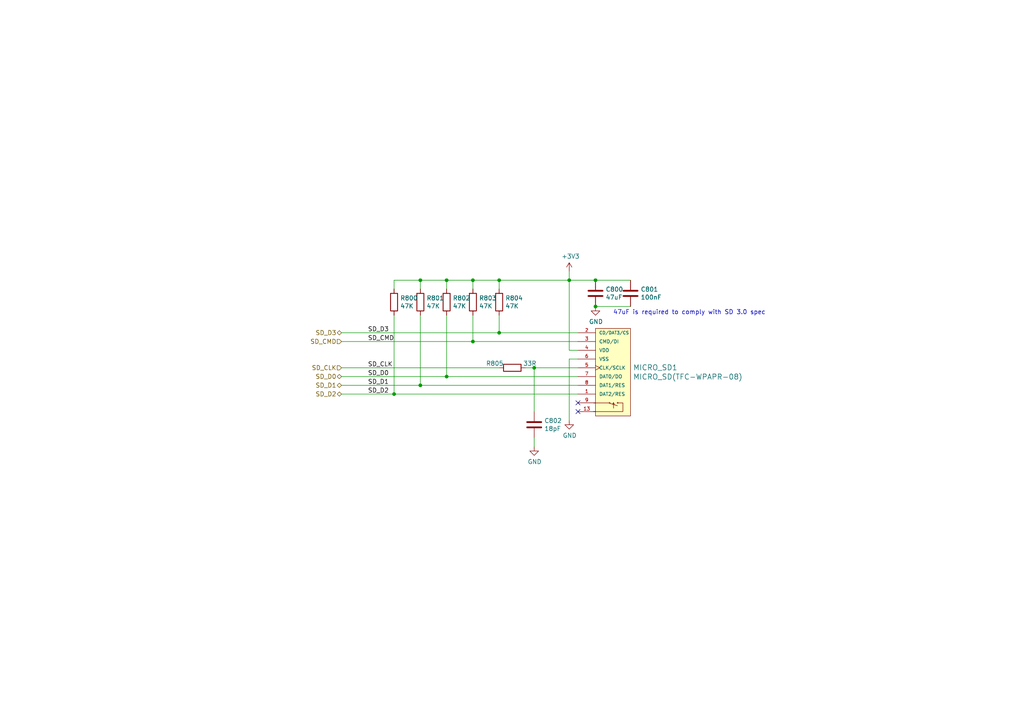
<source format=kicad_sch>
(kicad_sch (version 20210123) (generator eeschema)
  (paper "A4")
  (title_block (title "Dramite") (date "2021-01-22") (rev "R0.1") (company "Wenting Zhang") (comment 1 "zephray@outlook.com"))
  (lib_symbols
    (symbol "Device:C" (pin_numbers hide) (pin_names (offset 0.254))
      (property "Reference" "C" (at 0.635 2.54 0))
      (property "Value" "C" (at 0.635 -2.54 0))
      (symbol "C_0_1"
        (polyline (pts (xy -2.032 -0.762) (xy 2.032 -0.762)) (stroke (width 0.508)))
        (polyline (pts (xy -2.032 0.762) (xy 2.032 0.762)) (stroke (width 0.508)))
      )
      (symbol "C_1_1"
        (pin passive line (at 0 3.81 270) (length 2.794) (name "~") (number "1"))
        (pin passive line (at 0 -3.81 90) (length 2.794) (name "~") (number "2"))
      )
    )
    (symbol "Device:R" (pin_numbers hide) (pin_names (offset 0))
      (property "Reference" "R" (at 2.032 0 90))
      (property "Value" "R" (at 0 0 90))
      (symbol "R_0_1"
        (rectangle (start -1.016 -2.54) (end 1.016 2.54) (stroke (width 0.254)))
      )
      (symbol "R_1_1"
        (pin passive line (at 0 3.81 270) (length 1.27) (name "~") (number "1"))
        (pin passive line (at 0 -3.81 90) (length 1.27) (name "~") (number "2"))
      )
    )
    (symbol "power:+3V3" (power) (pin_names (offset 0))
      (property "Value" "+3V3" (at 0 3.556 0))
      (symbol "+3V3_0_1"
        (polyline (pts (xy -0.762 1.27) (xy 0 2.54)))
        (polyline (pts (xy 0 0) (xy 0 2.54)))
        (polyline (pts (xy 0 2.54) (xy 0.762 1.27)))
      )
      (symbol "+3V3_1_1"
        (pin power_in line (at 0 0 90) (length 0) hide (name "+3V3") (number "1"))
      )
    )
    (symbol "power:GND" (power) (pin_names (offset 0))
      (property "Value" "GND" (at 0 -3.81 0))
      (symbol "GND_0_1"
        (polyline (pts (xy 0 0) (xy 0 -1.27) (xy 1.27 -1.27) (xy 0 -2.54) (xy -1.27 -1.27) (xy 0 -1.27)))
      )
      (symbol "GND_1_1"
        (pin power_in line (at 0 0 270) (length 0) hide (name "GND") (number "1"))
      )
    )
    (symbol "symbols:MICRO_SD(TFC-WPAPR-08)" (pin_names (offset 1.016))
      (property "Reference" "MICRO_SD" (at 2.54 15.24 0))
      (property "Value" "MICRO_SD(TFC-WPAPR-08)" (at 0 -12.7 0))
      (symbol "MICRO_SD(TFC-WPAPR-08)_0_0"
        (rectangle (start -2.54 13.97) (end 7.62 -11.43) (fill (type background)))
        (polyline (pts (xy 2.6416 -7.5946) (xy 2.4638 -7.8994)))
        (polyline (pts (xy 2.6924 -7.6962) (xy 2.6924 -9.1694)))
        (polyline (pts (xy 2.667 -7.5438) (xy 2.921 -7.9756) (xy 2.8956 -7.9756)))
      )
      (symbol "MICRO_SD(TFC-WPAPR-08)_0_1"
        (circle (center 1.5494 -7.6454) (radius 0.1524))
        (circle (center 3.8862 -7.62) (radius 0.1524))
        (polyline (pts (xy -3.048 -7.6454) (xy 1.2954 -7.6454)))
        (polyline (pts (xy 1.7018 -7.7978) (xy 3.81 -8.4582)))
        (polyline (pts (xy -3.1496 -10.16) (xy 5.4102 -10.16) (xy 5.4102 -7.6454) (xy 4.1402 -7.6454)))
      )
      (symbol "MICRO_SD(TFC-WPAPR-08)_1_1"
        (pin bidirectional line (at -7.62 -5.08 0) (length 5.08) (name "DAT2/RES") (number "1"))
        (pin passive line (at -7.62 -10.16 0) (length 5.08) hide (name "~") (number "10"))
        (pin passive line (at -7.62 -10.16 0) (length 5.08) hide (name "~") (number "11"))
        (pin passive line (at -7.62 -10.16 0) (length 5.08) hide (name "~") (number "12"))
        (pin passive line (at -7.62 -10.16 0) (length 5.08) (name "~") (number "13"))
        (pin bidirectional line (at -7.62 12.7 0) (length 5.08) (name "CD/DAT3/CS") (number "2"))
        (pin input line (at -7.62 10.16 0) (length 5.08) (name "CMD/DI") (number "3"))
        (pin power_in line (at -7.62 7.62 0) (length 5.08) (name "VDD") (number "4"))
        (pin input clock (at -7.62 2.54 0) (length 5.08) (name "CLK/SCLK") (number "5"))
        (pin power_in line (at -7.62 5.08 0) (length 5.08) (name "VSS") (number "6"))
        (pin bidirectional line (at -7.62 0 0) (length 5.08) (name "DAT0/DO") (number "7"))
        (pin bidirectional line (at -7.62 -2.54 0) (length 5.08) (name "DAT1/RES") (number "8"))
        (pin passive line (at -7.62 -7.62 0) (length 5.08) (name "~") (number "9"))
      )
    )
  )
  (junction (at 114.3 114.3) (diameter 0.9144))
  (junction (at 121.92 81.28) (diameter 0.9144))
  (junction (at 121.92 111.76) (diameter 0.9144))
  (junction (at 129.54 81.28) (diameter 0.9144))
  (junction (at 129.54 109.22) (diameter 0.9144))
  (junction (at 137.16 81.28) (diameter 0.9144))
  (junction (at 137.16 99.06) (diameter 0.9144))
  (junction (at 144.78 81.28) (diameter 0.9144))
  (junction (at 144.78 96.52) (diameter 0.9144))
  (junction (at 154.94 106.68) (diameter 0.9144))
  (junction (at 165.1 81.28) (diameter 0.9144))
  (junction (at 172.72 81.28) (diameter 0.9144))
  (junction (at 172.72 88.9) (diameter 0.9144))
  (no_connect (at 167.64 116.84))
  (no_connect (at 167.64 119.38))
  (wire (pts (xy 99.06 96.52) (xy 144.78 96.52)))
  (wire (pts (xy 99.06 99.06) (xy 137.16 99.06)))
  (wire (pts (xy 99.06 106.68) (xy 144.78 106.68)))
  (wire (pts (xy 99.06 109.22) (xy 129.54 109.22)))
  (wire (pts (xy 99.06 111.76) (xy 121.92 111.76)))
  (wire (pts (xy 99.06 114.3) (xy 114.3 114.3)))
  (wire (pts (xy 114.3 81.28) (xy 121.92 81.28)))
  (wire (pts (xy 114.3 83.82) (xy 114.3 81.28)))
  (wire (pts (xy 114.3 91.44) (xy 114.3 114.3)))
  (wire (pts (xy 114.3 114.3) (xy 167.64 114.3)))
  (wire (pts (xy 121.92 81.28) (xy 129.54 81.28)))
  (wire (pts (xy 121.92 83.82) (xy 121.92 81.28)))
  (wire (pts (xy 121.92 91.44) (xy 121.92 111.76)))
  (wire (pts (xy 121.92 111.76) (xy 167.64 111.76)))
  (wire (pts (xy 129.54 81.28) (xy 137.16 81.28)))
  (wire (pts (xy 129.54 83.82) (xy 129.54 81.28)))
  (wire (pts (xy 129.54 91.44) (xy 129.54 109.22)))
  (wire (pts (xy 129.54 109.22) (xy 167.64 109.22)))
  (wire (pts (xy 137.16 81.28) (xy 144.78 81.28)))
  (wire (pts (xy 137.16 83.82) (xy 137.16 81.28)))
  (wire (pts (xy 137.16 91.44) (xy 137.16 99.06)))
  (wire (pts (xy 137.16 99.06) (xy 167.64 99.06)))
  (wire (pts (xy 144.78 81.28) (xy 165.1 81.28)))
  (wire (pts (xy 144.78 83.82) (xy 144.78 81.28)))
  (wire (pts (xy 144.78 91.44) (xy 144.78 96.52)))
  (wire (pts (xy 144.78 96.52) (xy 167.64 96.52)))
  (wire (pts (xy 152.4 106.68) (xy 154.94 106.68)))
  (wire (pts (xy 154.94 106.68) (xy 167.64 106.68)))
  (wire (pts (xy 154.94 119.38) (xy 154.94 106.68)))
  (wire (pts (xy 154.94 127) (xy 154.94 129.54)))
  (wire (pts (xy 165.1 78.74) (xy 165.1 81.28)))
  (wire (pts (xy 165.1 81.28) (xy 165.1 101.6)))
  (wire (pts (xy 165.1 81.28) (xy 172.72 81.28)))
  (wire (pts (xy 165.1 101.6) (xy 167.64 101.6)))
  (wire (pts (xy 165.1 104.14) (xy 165.1 121.92)))
  (wire (pts (xy 167.64 104.14) (xy 165.1 104.14)))
  (wire (pts (xy 172.72 81.28) (xy 182.88 81.28)))
  (wire (pts (xy 182.88 88.9) (xy 172.72 88.9)))
  (text "47uF is required to comply with SD 3.0 spec" (at 177.8 91.44 0) (effects (font (size 1.27 1.27)) (justify left bottom)))
  (label "SD_D3" (at 106.68 96.52 0))
  (label "SD_CMD" (at 106.68 99.06 0))
  (label "SD_CLK" (at 106.68 106.68 0))
  (label "SD_D0" (at 106.68 109.22 0))
  (label "SD_D1" (at 106.68 111.76 0))
  (label "SD_D2" (at 106.68 114.3 0))
  (hierarchical_label "SD_D3" (shape bidirectional) (at 99.06 96.52 180))
  (hierarchical_label "SD_CMD" (shape input) (at 99.06 99.06 180))
  (hierarchical_label "SD_CLK" (shape input) (at 99.06 106.68 180))
  (hierarchical_label "SD_D0" (shape bidirectional) (at 99.06 109.22 180))
  (hierarchical_label "SD_D1" (shape bidirectional) (at 99.06 111.76 180))
  (hierarchical_label "SD_D2" (shape bidirectional) (at 99.06 114.3 180))
  (symbol (lib_id "power:+3V3") (at 165.1 78.74 0) (unit 1)
    (property "Reference" "#PWR040" (effects hide))
    (property "Value" "+3V3" (at 165.481 74.3458 0))
  )
  (symbol (lib_id "power:GND") (at 154.94 129.54 0) (unit 1)
    (property "Reference" "#PWR041" (effects hide))
    (property "Value" "GND" (at 155.067 133.9342 0))
  )
  (symbol (lib_id "power:GND") (at 165.1 121.92 0) (unit 1)
    (property "Reference" "#PWR044" (effects hide))
    (property "Value" "GND" (at 165.227 126.3142 0))
  )
  (symbol (lib_id "power:GND") (at 172.72 88.9 0) (unit 1)
    (property "Reference" "#PWR045" (effects hide))
    (property "Value" "GND" (at 172.847 93.2942 0))
  )
  (symbol (lib_id "Device:R") (at 114.3 87.63 0) (unit 1)
    (property "Reference" "R800" (at 116.078 86.462 0) (effects (justify left)))
    (property "Value" "47K" (at 116.078 88.773 0) (effects (justify left)))
    (property "Footprint" "Resistor_SMD:R_0402_1005Metric" (effects hide))
  )
  (symbol (lib_id "Device:R") (at 121.92 87.63 0) (unit 1)
    (property "Reference" "R801" (at 123.698 86.462 0) (effects (justify left)))
    (property "Value" "47K" (at 123.698 88.773 0) (effects (justify left)))
    (property "Footprint" "Resistor_SMD:R_0402_1005Metric" (effects hide))
  )
  (symbol (lib_id "Device:R") (at 129.54 87.63 0) (unit 1)
    (property "Reference" "R802" (at 131.318 86.462 0) (effects (justify left)))
    (property "Value" "47K" (at 131.318 88.773 0) (effects (justify left)))
    (property "Footprint" "Resistor_SMD:R_0402_1005Metric" (effects hide))
  )
  (symbol (lib_id "Device:R") (at 137.16 87.63 0) (unit 1)
    (property "Reference" "R803" (at 138.938 86.462 0) (effects (justify left)))
    (property "Value" "47K" (at 138.938 88.773 0) (effects (justify left)))
    (property "Footprint" "Resistor_SMD:R_0402_1005Metric" (effects hide))
  )
  (symbol (lib_id "Device:R") (at 144.78 87.63 0) (unit 1)
    (property "Reference" "R804" (at 146.558 86.462 0) (effects (justify left)))
    (property "Value" "47K" (at 146.558 88.773 0) (effects (justify left)))
    (property "Footprint" "Resistor_SMD:R_0402_1005Metric" (effects hide))
  )
  (symbol (lib_id "Device:R") (at 148.59 106.68 270) (unit 1)
    (property "Reference" "R805" (at 143.51 105.41 90))
    (property "Value" "33R" (at 153.67 105.41 90))
    (property "Footprint" "Resistor_SMD:R_0402_1005Metric" (effects hide))
  )
  (symbol (lib_id "Device:C") (at 154.94 123.19 0) (unit 1)
    (property "Reference" "C802" (at 157.861 122.022 0) (effects (justify left)))
    (property "Value" "18pF" (at 157.861 124.333 0) (effects (justify left)))
    (property "Footprint" "Capacitor_SMD:C_0402_1005Metric" (effects hide))
  )
  (symbol (lib_id "Device:C") (at 172.72 85.09 0) (unit 1)
    (property "Reference" "C800" (at 175.641 83.922 0) (effects (justify left)))
    (property "Value" "47uF" (at 175.641 86.233 0) (effects (justify left)))
    (property "Footprint" "Capacitor_SMD:C_1206_3216Metric" (effects hide))
  )
  (symbol (lib_id "Device:C") (at 182.88 85.09 0) (unit 1)
    (property "Reference" "C801" (at 185.801 83.922 0) (effects (justify left)))
    (property "Value" "100nF" (at 185.801 86.233 0) (effects (justify left)))
    (property "Footprint" "Capacitor_SMD:C_0402_1005Metric" (effects hide))
  )
  (symbol (lib_id "symbols:MICRO_SD(TFC-WPAPR-08)") (at 175.26 109.22 0) (unit 1)
    (property "Reference" "MICRO_SD1" (at 183.5912 106.6038 0) (effects (font (size 1.524 1.524)) (justify left)))
    (property "Value" "MICRO_SD(TFC-WPAPR-08)" (at 183.5912 109.2962 0) (effects (font (size 1.524 1.524)) (justify left)))
    (property "Footprint" "footprints:TFC-WPAPR-08" (effects hide))
  )
)
</source>
